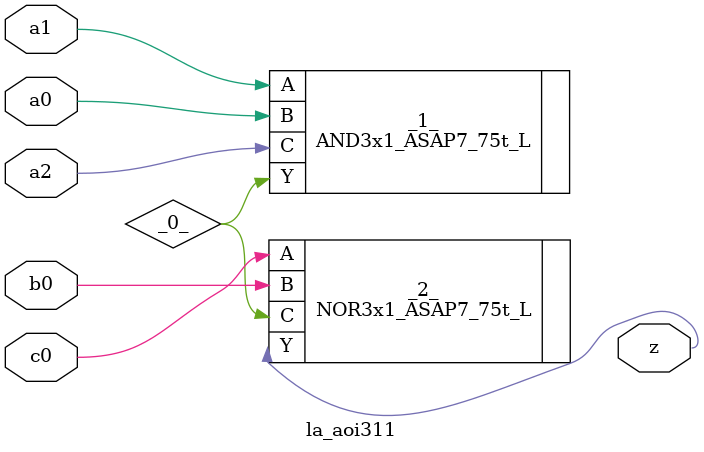
<source format=v>

/* Generated by Yosys 0.44 (git sha1 80ba43d26, g++ 11.4.0-1ubuntu1~22.04 -fPIC -O3) */

(* top =  1  *)
(* src = "generated" *)
module la_aoi311 (
    a0,
    a1,
    a2,
    b0,
    c0,
    z
);
  wire _0_;
  (* src = "generated" *)
  input a0;
  wire a0;
  (* src = "generated" *)
  input a1;
  wire a1;
  (* src = "generated" *)
  input a2;
  wire a2;
  (* src = "generated" *)
  input b0;
  wire b0;
  (* src = "generated" *)
  input c0;
  wire c0;
  (* src = "generated" *)
  output z;
  wire z;
  AND3x1_ASAP7_75t_L _1_ (
      .A(a1),
      .B(a0),
      .C(a2),
      .Y(_0_)
  );
  NOR3x1_ASAP7_75t_L _2_ (
      .A(c0),
      .B(b0),
      .C(_0_),
      .Y(z)
  );
endmodule

</source>
